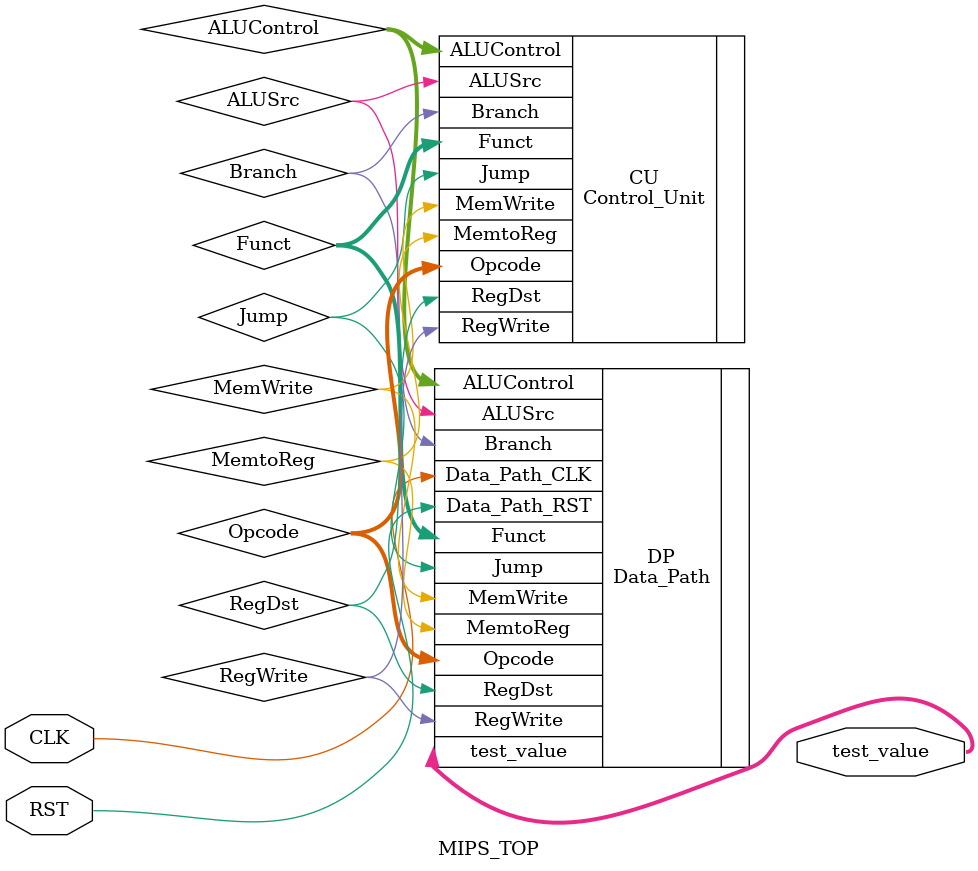
<source format=v>
module MIPS_TOP (
    input   wire            CLK,
    input   wire            RST,
    output  wire    [15:0]  test_value   
);

// Internal signals declarations
    wire MemWrite,RegWrite,RegDst,ALUSrc,MemtoReg,Branch,Jump;
    wire [2:0] ALUControl;
    wire [5:0] Opcode,Funct;
    
//  Modules Instantiations    
    Data_Path DP(
        .Data_Path_CLK(CLK),
        .Data_Path_RST(RST),
        .MemWrite(MemWrite),
        .RegWrite(RegWrite),
        .RegDst(RegDst),
        .ALUSrc(ALUSrc),
        .MemtoReg(MemtoReg),
        .Branch(Branch),
        .Jump(Jump),
        .ALUControl(ALUControl),
        .Opcode(Opcode),
        .Funct(Funct),
        .test_value(test_value)
    );
    
    Control_Unit CU(
        .Opcode(Opcode),
        .Funct(Funct),
        .MemtoReg(MemtoReg),
        .MemWrite(MemWrite),
        .Branch(Branch),
        .ALUSrc(ALUSrc),
        .RegDst(RegDst),
        .RegWrite(RegWrite),
        .Jump(Jump),
        .ALUControl(ALUControl)
    );


endmodule
</source>
